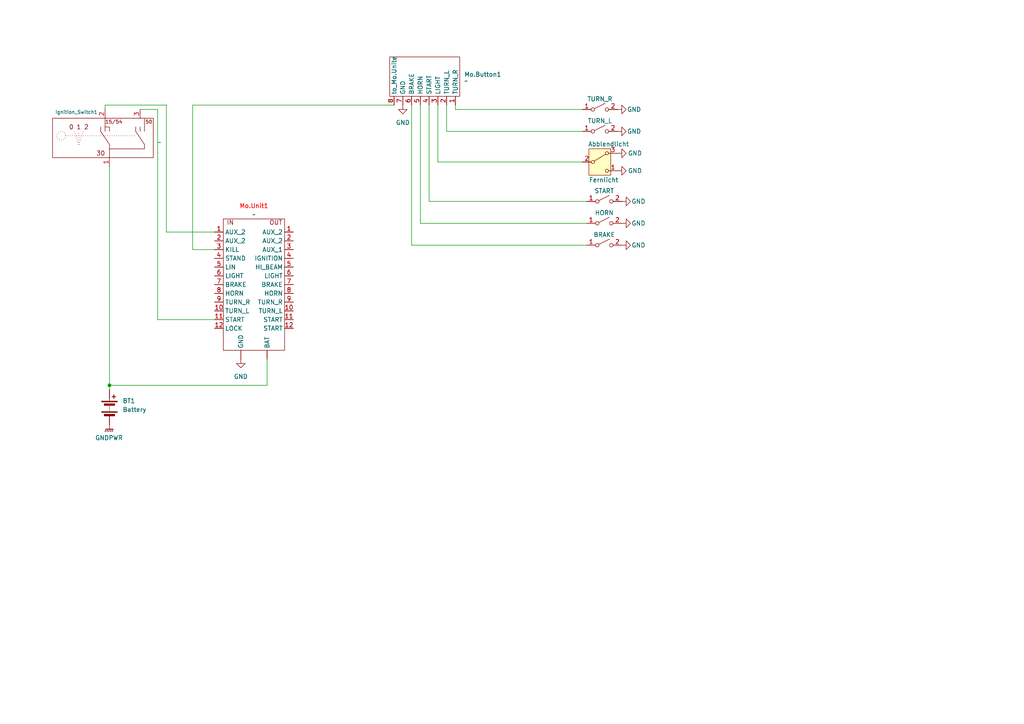
<source format=kicad_sch>
(kicad_sch (version 20231120) (generator "eeschema") (generator_version "8.0")
  (paper "A4")
  (title_block (title "BMW_R80_7") (date "2024-11-20") (rev "1.0"))
  (lib_symbols
    (symbol "Device:Battery" (pin_numbers hide) (pin_names (offset 0) hide)
      (property "Reference" "BT" (at 2.54 2.54 0))
      (property "Value" "Battery" (at 2.54 0 0))
      (symbol "Battery_0_1"
        (rectangle (start -2.286 -1.27) (end 2.286 -1.524) (fill (type outline)))
        (rectangle (start -2.286 1.778) (end 2.286 1.524) (fill (type outline)))
        (rectangle (start -1.524 -2.032) (end 1.524 -2.54) (fill (type outline)))
        (rectangle (start -1.524 1.016) (end 1.524 0.508) (fill (type outline)))
        (polyline (pts (xy 0 -1.016) (xy 0 -0.762)))
        (polyline (pts (xy 0 -0.508) (xy 0 -0.254)))
        (polyline (pts (xy 0 0) (xy 0 0.254)))
        (polyline (pts (xy 0 1.778) (xy 0 2.54)))
        (polyline (pts (xy 0.762 3.048) (xy 1.778 3.048)) (stroke (width 0.254)))
        (polyline (pts (xy 1.27 3.556) (xy 1.27 2.54)) (stroke (width 0.254)))
      )
      (symbol "Battery_1_1"
        (pin passive line (at 0 5.08 270) (length 2.54) (name "+") (number "1"))
        (pin passive line (at 0 -5.08 90) (length 2.54) (name "-") (number "2"))
      )
    )
    (symbol "Ignition Switch:Ignition_Switch"
      (property "Reference" "Ignition_Switch" (at -28.956 3.556 0))
      (symbol "Ignition_Switch_0_1"
        (circle (center -31.75 -3.81) (radius 1.27) (stroke (width 0) (type dot)))
        (rectangle (start -5.08 1.27) (end -34.29 -10.16))
        (polyline (pts (xy -30.48 -3.81) (xy -10.16 -3.81)) (stroke (width 0) (type dot)))
        (polyline (pts (xy -26.67 -6.35) (xy -27.94 -2.54)))
        (polyline (pts (xy -26.67 -6.35) (xy -26.67 -2.54)))
        (polyline (pts (xy -26.67 -6.35) (xy -25.4 -2.54)))
      )
      (symbol "Ignition_Switch_1_1"
        (polyline (pts (xy -20.32 -1.27) (xy -20.32 -2.54)))
        (polyline (pts (xy -19.05 1.27) (xy -19.05 -2.54)))
        (polyline (pts (xy -10.16 -1.27) (xy -10.16 -2.54)))
        (polyline (pts (xy -8.89 -1.27) (xy -8.89 -2.54)))
        (polyline (pts (xy -7.62 -1.27) (xy -7.62 -1.27)))
        (polyline (pts (xy -7.62 1.27) (xy -7.62 -2.54)))
        (polyline (pts (xy -20.32 -2.54) (xy -17.78 -6.35) (xy -17.78 -10.16)))
        (polyline (pts (xy -19.05 -1.27) (xy -17.78 -1.27) (xy -17.78 -2.54)))
        (polyline (pts (xy -10.16 -2.54) (xy -7.62 -6.35) (xy -7.62 -7.62) (xy -17.78 -7.62)))
        (text "0 1 2\n" (at -26.67 -1.27 0) (effects (font (size 1.27 1.27))))
        (text "15/54\n" (at -16.51 0.254 0) (effects (font (size 1 1))))
        (text "30\n" (at -20.32 -8.89 0) (effects (font (size 1.27 1.27))))
        (text "50" (at -6.35 0.254 0) (effects (font (size 1 1))))
        (pin power_in line (at -17.78 -12.7 90) (length 2.54) (name "") (number "1"))
        (pin power_out line (at -19.05 3.81 270) (length 2.54) (name "") (number "2"))
        (pin power_out line (at -8.89 3.81 270) (length 2.54) (name "") (number "3"))
      )
    )
    (symbol "Mo.Button:Mo.Button"
      (property "Reference" "Mo.Button" (at 5.08 2.54 0))
      (symbol "Mo.Button_0_1"
        (rectangle (start -5.08 -10.16) (end 15.24 1.27))
      )
      (symbol "Mo.Button_1_1"
        (pin input line (at 13.97 -12.7 90) (length 2.54) (name "TURN_R") (number "1"))
        (pin input line (at 11.43 -12.7 90) (length 2.54) (name "TURN_L") (number "2"))
        (pin input line (at 8.89 -12.7 90) (length 2.54) (name "LIGHT") (number "3"))
        (pin input line (at 6.35 -12.7 90) (length 2.54) (name "START") (number "4"))
        (pin input line (at 3.81 -12.7 90) (length 2.54) (name "HORN") (number "5"))
        (pin input line (at 1.27 -12.7 90) (length 2.54) (name "BRAKE") (number "6"))
        (pin power_out line (at -1.27 -12.7 90) (length 2.54) (name "GND") (number "7"))
        (pin output line (at -3.81 -12.7 90) (length 2.54) (name "to_Mo.Unite") (number "8"))
      )
    )
    (symbol "Mo.Unite:Mo.Unite"
      (property "Reference" "Mo.Unit" (at 2.286 -1.016 0))
      (symbol "Mo.Unite_0_1"
        (rectangle (start -6.35 0) (end 11.43 -38.1))
      )
      (symbol "Mo.Unite_1_1"
        (text "IN" (at -4.318 -1.016 0) (effects (font (size 1.27 1.27))))
        (text "OUT\n" (at 8.89 -1.016 0) (effects (font (size 1.27 1.27))))
        (pin power_in line (at 6.35 -40.64 90) (length 2.54) (name "BAT") (number ""))
        (pin power_out line (at -1.27 -40.64 90) (length 2.54) (name "GND") (number ""))
        (pin input line (at -8.89 -3.81 0) (length 2.54) (name "AUX_2") (number "1"))
        (pin output line (at 13.97 -3.81 180) (length 2.54) (name "AUX_2") (number "1"))
        (pin input line (at -8.89 -26.67 0) (length 2.54) (name "TURN_L") (number "10"))
        (pin output line (at 13.97 -26.67 180) (length 2.54) (name "TURN_L") (number "10"))
        (pin input line (at -8.89 -29.21 0) (length 2.54) (name "START") (number "11"))
        (pin output line (at 13.97 -29.21 180) (length 2.54) (name "START") (number "11"))
        (pin input line (at -8.89 -31.75 0) (length 2.54) (name "LOCK") (number "12"))
        (pin output line (at 13.97 -31.75 180) (length 2.54) (name "START") (number "12"))
        (pin input line (at -8.89 -6.35 0) (length 2.54) (name "AUX_2") (number "2"))
        (pin output line (at 13.97 -6.35 180) (length 2.54) (name "AUX_2") (number "2"))
        (pin output line (at 13.97 -8.89 180) (length 2.54) (name "AUX_1") (number "3"))
        (pin input line (at -8.89 -8.89 0) (length 2.54) (name "KILL") (number "3"))
        (pin output line (at 13.97 -11.43 180) (length 2.54) (name "IGNITION") (number "4"))
        (pin input line (at -8.89 -11.43 0) (length 2.54) (name "STAND") (number "4"))
        (pin output line (at 13.97 -13.97 180) (length 2.54) (name "HI_BEAM") (number "5"))
        (pin input line (at -8.89 -13.97 0) (length 2.54) (name "LIN") (number "5"))
        (pin input line (at -8.89 -16.51 0) (length 2.54) (name "LIGHT") (number "6"))
        (pin output line (at 13.97 -16.51 180) (length 2.54) (name "LIGHT") (number "6"))
        (pin input line (at -8.89 -19.05 0) (length 2.54) (name "BRAKE") (number "7"))
        (pin output line (at 13.97 -19.05 180) (length 2.54) (name "BRAKE") (number "7"))
        (pin input line (at -8.89 -21.59 0) (length 2.54) (name "HORN") (number "8"))
        (pin output line (at 13.97 -21.59 180) (length 2.54) (name "HORN") (number "8"))
        (pin input line (at -8.89 -24.13 0) (length 2.54) (name "TURN_R") (number "9"))
        (pin output line (at 13.97 -24.13 180) (length 2.54) (name "TURN_R") (number "9"))
      )
    )
    (symbol "Switch:SW_DPST_x2" (pin_names (offset 0) hide)
      (property "Reference" "SW" (at 0 3.175 0))
      (property "Value" "SW_DPST_x2" (at 0 -2.54 0))
      (symbol "SW_DPST_x2_0_0"
        (circle (center -2.032 0) (radius 0.508))
        (polyline (pts (xy -1.524 0.254) (xy 1.524 1.778)))
        (circle (center 2.032 0) (radius 0.508))
      )
      (symbol "SW_DPST_x2_1_1"
        (pin passive line (at -5.08 0 0) (length 2.54) (name "A") (number "1"))
        (pin passive line (at 5.08 0 180) (length 2.54) (name "B") (number "2"))
      )
      (symbol "SW_DPST_x2_2_1"
        (pin passive line (at -5.08 0 0) (length 2.54) (name "A") (number "3"))
        (pin passive line (at 5.08 0 180) (length 2.54) (name "B") (number "4"))
      )
    )
    (symbol "Switch:SW_Nidec_CAS-120A1" (pin_names (offset 1) hide)
      (property "Reference" "SW" (at 0 4.318 0))
      (property "Value" "SW_Nidec_CAS-120A1" (at 0 -5.08 0))
      (symbol "SW_Nidec_CAS-120A1_0_1"
        (circle (center -2.032 0) (radius 0.4572))
        (polyline (pts (xy -1.651 0.254) (xy 1.651 2.286)))
        (circle (center 2.032 -2.54) (radius 0.4572))
        (circle (center 2.032 2.54) (radius 0.4572))
      )
      (symbol "SW_Nidec_CAS-120A1_1_1"
        (rectangle (start -3.175 3.81) (end 3.175 -3.81) (fill (type background)))
        (pin passive line (at 5.08 -2.54 180) (length 2.54) (name "C") (number "1"))
        (pin passive line (at -5.08 0 0) (length 2.54) (name "B") (number "2"))
        (pin passive line (at 5.08 2.54 180) (length 2.54) (name "A") (number "3"))
      )
    )
    (symbol "power:GND" (power) (pin_numbers hide) (pin_names (offset 0) hide)
      (property "Value" "GND" (at 0 -3.81 0))
      (symbol "GND_0_1"
        (polyline (pts (xy 0 0) (xy 0 -1.27) (xy 1.27 -1.27) (xy 0 -2.54) (xy -1.27 -1.27) (xy 0 -1.27)))
      )
      (symbol "GND_1_1"
        (pin power_in line (at 0 0 270) (length 0) (name "~") (number "1"))
      )
    )
    (symbol "power:GNDPWR" (power) (pin_numbers hide) (pin_names (offset 0) hide)
      (property "Value" "GNDPWR" (at 0 -3.302 0))
      (symbol "GNDPWR_0_1"
        (polyline (pts (xy 0 -1.27) (xy 0 0)))
        (polyline (pts (xy -1.016 -1.27) (xy -1.27 -2.032) (xy -1.27 -2.032)) (stroke (width 0.2032)))
        (polyline (pts (xy -0.508 -1.27) (xy -0.762 -2.032) (xy -0.762 -2.032)) (stroke (width 0.2032)))
        (polyline (pts (xy 0 -1.27) (xy -0.254 -2.032) (xy -0.254 -2.032)) (stroke (width 0.2032)))
        (polyline (pts (xy 0.508 -1.27) (xy 0.254 -2.032) (xy 0.254 -2.032)) (stroke (width 0.2032)))
        (polyline (pts (xy 1.016 -1.27) (xy -1.016 -1.27) (xy -1.016 -1.27)) (stroke (width 0.2032)))
        (polyline (pts (xy 1.016 -1.27) (xy 0.762 -2.032) (xy 0.762 -2.032) (xy 0.762 -2.032)) (stroke (width 0.2032)))
      )
      (symbol "GNDPWR_1_1"
        (pin power_in line (at 0 0 270) (length 0) (name "~") (number "1"))
      )
    )
  )
  (junction (at 31.75 111.76))
  (wire (pts (xy 55.88 30.48) (xy 55.88 72.39)))
  (wire (pts (xy 121.92 64.77) (xy 170.18 64.77)))
  (wire (pts (xy 55.88 72.39) (xy 62.23 72.39)))
  (wire (pts (xy 31.75 111.76) (xy 31.75 113.03)))
  (wire (pts (xy 114.3 30.48) (xy 55.88 30.48)))
  (wire (pts (xy 31.75 111.76) (xy 77.47 111.76)))
  (wire (pts (xy 129.54 38.1) (xy 168.91 38.1)))
  (wire (pts (xy 132.08 31.75) (xy 168.91 31.75)))
  (wire (pts (xy 45.72 92.71) (xy 62.23 92.71)))
  (wire (pts (xy 119.38 30.48) (xy 119.38 71.12)))
  (wire (pts (xy 124.46 58.42) (xy 170.18 58.42)))
  (wire (pts (xy 77.47 104.14) (xy 77.47 111.76)))
  (wire (pts (xy 127 30.48) (xy 127 46.99)))
  (wire (pts (xy 119.38 71.12) (xy 170.18 71.12)))
  (wire (pts (xy 31.75 48.26) (xy 31.75 111.76)))
  (wire (pts (xy 124.46 30.48) (xy 124.46 58.42)))
  (wire (pts (xy 121.92 30.48) (xy 121.92 64.77)))
  (wire (pts (xy 30.48 30.48) (xy 48.26 30.48)))
  (wire (pts (xy 127 46.99) (xy 168.91 46.99)))
  (wire (pts (xy 48.26 30.48) (xy 48.26 67.31)))
  (wire (pts (xy 129.54 30.48) (xy 129.54 38.1)))
  (wire (pts (xy 40.64 31.75) (xy 45.72 31.75)))
  (wire (pts (xy 48.26 67.31) (xy 62.23 67.31)))
  (wire (pts (xy 132.08 30.48) (xy 132.08 31.75)))
  (wire (pts (xy 45.72 31.75) (xy 45.72 92.71)))
  (wire (pts (xy 30.48 31.75) (xy 30.48 30.48)))
  (symbol (lib_id "power:GND") (at 179.07 44.45 90) (unit 1)
    (property "Reference" "#PWR010" (effects (hide yes)))
    (property "Value" "GND" (at 182.118 44.45 90) (effects (justify right)))
    (property "Description" "Power symbol creates a global label with name \"GND\" , ground" (effects (hide yes)))
  )
  (symbol (lib_id "Switch:SW_DPST_x2") (at 175.26 71.12 0) (unit 1)
    (property "Reference" "SW5" (effects (hide yes)))
    (property "Value" "BRAKE" (at 175.26 68.072 0))
    (property "Description" "Single Pole Single Throw (SPST) switch, separate symbol" (effects (hide yes)))
  )
  (symbol (lib_id "power:GND") (at 179.07 49.53 90) (unit 1)
    (property "Reference" "#PWR04" (effects (hide yes)))
    (property "Value" "GND" (at 182.118 49.53 90) (effects (justify right)))
    (property "Description" "Power symbol creates a global label with name \"GND\" , ground" (effects (hide yes)))
  )
  (symbol (lib_id "power:GND") (at 69.85 104.14 0) (unit 1)
    (property "Reference" "#PWR03" (effects (hide yes)))
    (property "Value" "GND" (at 69.85 109.22 0))
    (property "Description" "Power symbol creates a global label with name \"GND\" , ground" (effects (hide yes)))
  )
  (symbol (lib_id "power:GND") (at 180.34 58.42 90) (unit 1)
    (property "Reference" "#PWR06" (effects (hide yes)))
    (property "Value" "GND" (at 183.134 58.42 90) (effects (justify right)))
    (property "Description" "Power symbol creates a global label with name \"GND\" , ground" (effects (hide yes)))
  )
  (symbol (lib_id "power:GNDPWR") (at 31.75 123.19 0) (unit 1)
    (property "Reference" "#PWR02" (effects (hide yes)))
    (property "Value" "GNDPWR" (at 31.623 127 0))
    (property "Description" "Power symbol creates a global label with name \"GNDPWR\" , global ground" (effects (hide yes)))
  )
  (symbol (lib_id "Switch:SW_DPST_x2") (at 173.99 31.75 0) (unit 1)
    (property "Reference" "SW1" (effects (hide yes)))
    (property "Value" "TURN_R" (at 173.99 28.702 0))
    (property "Description" "Single Pole Single Throw (SPST) switch, separate symbol" (effects (hide yes)))
  )
  (symbol (lib_id "power:GND") (at 179.07 38.1 90) (unit 1)
    (property "Reference" "#PWR05" (effects (hide yes)))
    (property "Value" "GND" (at 181.864 38.1 90) (effects (justify right)))
    (property "Description" "Power symbol creates a global label with name \"GND\" , ground" (effects (hide yes)))
  )
  (symbol (lib_id "Switch:SW_DPST_x2") (at 175.26 58.42 0) (unit 1)
    (property "Reference" "SW3" (effects (hide yes)))
    (property "Value" "START" (at 175.26 55.372 0))
    (property "Description" "Single Pole Single Throw (SPST) switch, separate symbol" (effects (hide yes)))
  )
  (symbol (lib_id "power:GND") (at 116.84 30.48 0) (unit 1)
    (property "Reference" "#PWR01" (effects (hide yes)))
    (property "Value" "GND" (at 116.84 35.56 0))
    (property "Description" "Power symbol creates a global label with name \"GND\" , ground" (effects (hide yes)))
  )
  (symbol (lib_id "power:GND") (at 180.34 71.12 90) (unit 1)
    (property "Reference" "#PWR08" (effects (hide yes)))
    (property "Value" "GND" (at 183.134 71.12 90) (effects (justify right)))
    (property "Description" "Power symbol creates a global label with name \"GND\" , ground" (effects (hide yes)))
  )
  (symbol (lib_id "power:GND") (at 180.34 64.77 90) (unit 1)
    (property "Reference" "#PWR07" (effects (hide yes)))
    (property "Value" "GND" (at 183.134 64.77 90) (effects (justify right)))
    (property "Description" "Power symbol creates a global label with name \"GND\" , ground" (effects (hide yes)))
  )
  (symbol (lib_id "Switch:SW_Nidec_CAS-120A1") (at 173.99 46.99 0) (unit 1)
    (property "Reference" "Fernlicht" (at 170.815 52.197 0) (effects (justify left)))
    (property "Value" "Abblendlicht" (at 170.561 41.783 0) (effects (justify left)))
    (property "Footprint" "Button_Switch_SMD:Nidec_Copal_CAS-120A" (effects (hide yes)))
    (property "Datasheet" "https://www.nidec-components.com/e/catalog/switch/cas.pdf" (effects (hide yes)))
    (property "Description" "Switch, single pole double throw" (effects (hide yes)))
  )
  (symbol (lib_id "power:GND") (at 179.07 31.75 90) (unit 1)
    (property "Reference" "#PWR011" (effects (hide yes)))
    (property "Value" "GND" (at 181.864 31.75 90) (effects (justify right)))
    (property "Description" "Power symbol creates a global label with name \"GND\" , ground" (effects (hide yes)))
  )
  (symbol (lib_id "Ignition Switch:Ignition_Switch") (at 49.53 35.56 0) (unit 1)
    (property "Reference" "Ignition_Switch1" (at 16.002 32.512 0) (effects (font (size 1 1)) (justify left)))
    (property "Value" "~" (at 45.72 41.275 0) (effects (justify left)))
  )
  (symbol (lib_id "Device:Battery") (at 31.75 118.11 0) (unit 1)
    (property "Reference" "BT1" (at 35.56 116.2684 0) (effects (justify left)))
    (property "Value" "Battery" (at 35.56 118.8084 0) (effects (justify left)))
    (property "Description" "Multiple-cell battery" (effects (hide yes)))
  )
  (symbol (lib_id "Switch:SW_DPST_x2") (at 175.26 64.77 0) (unit 1)
    (property "Reference" "SW4" (effects (hide yes)))
    (property "Value" "HORN" (at 175.26 61.722 0))
    (property "Description" "Single Pole Single Throw (SPST) switch, separate symbol" (effects (hide yes)))
  )
  (symbol (lib_id "Mo.Button:Mo.Button") (at 118.11 17.78 0) (unit 1)
    (property "Reference" "Mo.Button1" (at 134.62 21.5899 0) (effects (justify left)))
    (property "Value" "~" (at 134.62 23.495 0) (effects (justify left)))
  )
  (symbol (lib_id "Mo.Unite:Mo.Unite") (at 71.12 63.5 0) (unit 1)
    (property "Reference" "Mo.Unit1" (at 73.66 59.69 0))
    (property "Value" "~" (at 73.66 62.23 0))
  )
  (symbol (lib_id "Switch:SW_DPST_x2") (at 173.99 38.1 0) (unit 1)
    (property "Reference" "SW2" (effects (hide yes)))
    (property "Value" "TURN_L" (at 173.99 35.052 0))
    (property "Description" "Single Pole Single Throw (SPST) switch, separate symbol" (effects (hide yes)))
  )
)
</source>
